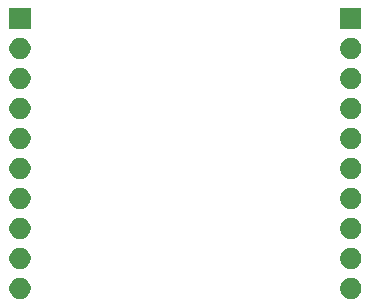
<source format=gbs>
G04 #@! TF.GenerationSoftware,KiCad,Pcbnew,(5.1.5)-3*
G04 #@! TF.CreationDate,2020-04-23T23:36:20+02:00*
G04 #@! TF.ProjectId,01_spi_pont_H,30315f73-7069-45f7-906f-6e745f482e6b,rev?*
G04 #@! TF.SameCoordinates,Original*
G04 #@! TF.FileFunction,Soldermask,Bot*
G04 #@! TF.FilePolarity,Negative*
%FSLAX46Y46*%
G04 Gerber Fmt 4.6, Leading zero omitted, Abs format (unit mm)*
G04 Created by KiCad (PCBNEW (5.1.5)-3) date 2020-04-23 23:36:20*
%MOMM*%
%LPD*%
G04 APERTURE LIST*
%ADD10C,0.100000*%
G04 APERTURE END LIST*
D10*
G36*
X144613512Y-86963927D02*
G01*
X144762812Y-86993624D01*
X144926784Y-87061544D01*
X145074354Y-87160147D01*
X145199853Y-87285646D01*
X145298456Y-87433216D01*
X145366376Y-87597188D01*
X145401000Y-87771259D01*
X145401000Y-87948741D01*
X145366376Y-88122812D01*
X145298456Y-88286784D01*
X145199853Y-88434354D01*
X145074354Y-88559853D01*
X144926784Y-88658456D01*
X144762812Y-88726376D01*
X144613512Y-88756073D01*
X144588742Y-88761000D01*
X144411258Y-88761000D01*
X144386488Y-88756073D01*
X144237188Y-88726376D01*
X144073216Y-88658456D01*
X143925646Y-88559853D01*
X143800147Y-88434354D01*
X143701544Y-88286784D01*
X143633624Y-88122812D01*
X143599000Y-87948741D01*
X143599000Y-87771259D01*
X143633624Y-87597188D01*
X143701544Y-87433216D01*
X143800147Y-87285646D01*
X143925646Y-87160147D01*
X144073216Y-87061544D01*
X144237188Y-86993624D01*
X144386488Y-86963927D01*
X144411258Y-86959000D01*
X144588742Y-86959000D01*
X144613512Y-86963927D01*
G37*
G36*
X116613512Y-86963927D02*
G01*
X116762812Y-86993624D01*
X116926784Y-87061544D01*
X117074354Y-87160147D01*
X117199853Y-87285646D01*
X117298456Y-87433216D01*
X117366376Y-87597188D01*
X117401000Y-87771259D01*
X117401000Y-87948741D01*
X117366376Y-88122812D01*
X117298456Y-88286784D01*
X117199853Y-88434354D01*
X117074354Y-88559853D01*
X116926784Y-88658456D01*
X116762812Y-88726376D01*
X116613512Y-88756073D01*
X116588742Y-88761000D01*
X116411258Y-88761000D01*
X116386488Y-88756073D01*
X116237188Y-88726376D01*
X116073216Y-88658456D01*
X115925646Y-88559853D01*
X115800147Y-88434354D01*
X115701544Y-88286784D01*
X115633624Y-88122812D01*
X115599000Y-87948741D01*
X115599000Y-87771259D01*
X115633624Y-87597188D01*
X115701544Y-87433216D01*
X115800147Y-87285646D01*
X115925646Y-87160147D01*
X116073216Y-87061544D01*
X116237188Y-86993624D01*
X116386488Y-86963927D01*
X116411258Y-86959000D01*
X116588742Y-86959000D01*
X116613512Y-86963927D01*
G37*
G36*
X116613512Y-84423927D02*
G01*
X116762812Y-84453624D01*
X116926784Y-84521544D01*
X117074354Y-84620147D01*
X117199853Y-84745646D01*
X117298456Y-84893216D01*
X117366376Y-85057188D01*
X117401000Y-85231259D01*
X117401000Y-85408741D01*
X117366376Y-85582812D01*
X117298456Y-85746784D01*
X117199853Y-85894354D01*
X117074354Y-86019853D01*
X116926784Y-86118456D01*
X116762812Y-86186376D01*
X116613512Y-86216073D01*
X116588742Y-86221000D01*
X116411258Y-86221000D01*
X116386488Y-86216073D01*
X116237188Y-86186376D01*
X116073216Y-86118456D01*
X115925646Y-86019853D01*
X115800147Y-85894354D01*
X115701544Y-85746784D01*
X115633624Y-85582812D01*
X115599000Y-85408741D01*
X115599000Y-85231259D01*
X115633624Y-85057188D01*
X115701544Y-84893216D01*
X115800147Y-84745646D01*
X115925646Y-84620147D01*
X116073216Y-84521544D01*
X116237188Y-84453624D01*
X116386488Y-84423927D01*
X116411258Y-84419000D01*
X116588742Y-84419000D01*
X116613512Y-84423927D01*
G37*
G36*
X144613512Y-84423927D02*
G01*
X144762812Y-84453624D01*
X144926784Y-84521544D01*
X145074354Y-84620147D01*
X145199853Y-84745646D01*
X145298456Y-84893216D01*
X145366376Y-85057188D01*
X145401000Y-85231259D01*
X145401000Y-85408741D01*
X145366376Y-85582812D01*
X145298456Y-85746784D01*
X145199853Y-85894354D01*
X145074354Y-86019853D01*
X144926784Y-86118456D01*
X144762812Y-86186376D01*
X144613512Y-86216073D01*
X144588742Y-86221000D01*
X144411258Y-86221000D01*
X144386488Y-86216073D01*
X144237188Y-86186376D01*
X144073216Y-86118456D01*
X143925646Y-86019853D01*
X143800147Y-85894354D01*
X143701544Y-85746784D01*
X143633624Y-85582812D01*
X143599000Y-85408741D01*
X143599000Y-85231259D01*
X143633624Y-85057188D01*
X143701544Y-84893216D01*
X143800147Y-84745646D01*
X143925646Y-84620147D01*
X144073216Y-84521544D01*
X144237188Y-84453624D01*
X144386488Y-84423927D01*
X144411258Y-84419000D01*
X144588742Y-84419000D01*
X144613512Y-84423927D01*
G37*
G36*
X116613512Y-81883927D02*
G01*
X116762812Y-81913624D01*
X116926784Y-81981544D01*
X117074354Y-82080147D01*
X117199853Y-82205646D01*
X117298456Y-82353216D01*
X117366376Y-82517188D01*
X117401000Y-82691259D01*
X117401000Y-82868741D01*
X117366376Y-83042812D01*
X117298456Y-83206784D01*
X117199853Y-83354354D01*
X117074354Y-83479853D01*
X116926784Y-83578456D01*
X116762812Y-83646376D01*
X116613512Y-83676073D01*
X116588742Y-83681000D01*
X116411258Y-83681000D01*
X116386488Y-83676073D01*
X116237188Y-83646376D01*
X116073216Y-83578456D01*
X115925646Y-83479853D01*
X115800147Y-83354354D01*
X115701544Y-83206784D01*
X115633624Y-83042812D01*
X115599000Y-82868741D01*
X115599000Y-82691259D01*
X115633624Y-82517188D01*
X115701544Y-82353216D01*
X115800147Y-82205646D01*
X115925646Y-82080147D01*
X116073216Y-81981544D01*
X116237188Y-81913624D01*
X116386488Y-81883927D01*
X116411258Y-81879000D01*
X116588742Y-81879000D01*
X116613512Y-81883927D01*
G37*
G36*
X144613512Y-81883927D02*
G01*
X144762812Y-81913624D01*
X144926784Y-81981544D01*
X145074354Y-82080147D01*
X145199853Y-82205646D01*
X145298456Y-82353216D01*
X145366376Y-82517188D01*
X145401000Y-82691259D01*
X145401000Y-82868741D01*
X145366376Y-83042812D01*
X145298456Y-83206784D01*
X145199853Y-83354354D01*
X145074354Y-83479853D01*
X144926784Y-83578456D01*
X144762812Y-83646376D01*
X144613512Y-83676073D01*
X144588742Y-83681000D01*
X144411258Y-83681000D01*
X144386488Y-83676073D01*
X144237188Y-83646376D01*
X144073216Y-83578456D01*
X143925646Y-83479853D01*
X143800147Y-83354354D01*
X143701544Y-83206784D01*
X143633624Y-83042812D01*
X143599000Y-82868741D01*
X143599000Y-82691259D01*
X143633624Y-82517188D01*
X143701544Y-82353216D01*
X143800147Y-82205646D01*
X143925646Y-82080147D01*
X144073216Y-81981544D01*
X144237188Y-81913624D01*
X144386488Y-81883927D01*
X144411258Y-81879000D01*
X144588742Y-81879000D01*
X144613512Y-81883927D01*
G37*
G36*
X144613512Y-79343927D02*
G01*
X144762812Y-79373624D01*
X144926784Y-79441544D01*
X145074354Y-79540147D01*
X145199853Y-79665646D01*
X145298456Y-79813216D01*
X145366376Y-79977188D01*
X145401000Y-80151259D01*
X145401000Y-80328741D01*
X145366376Y-80502812D01*
X145298456Y-80666784D01*
X145199853Y-80814354D01*
X145074354Y-80939853D01*
X144926784Y-81038456D01*
X144762812Y-81106376D01*
X144613512Y-81136073D01*
X144588742Y-81141000D01*
X144411258Y-81141000D01*
X144386488Y-81136073D01*
X144237188Y-81106376D01*
X144073216Y-81038456D01*
X143925646Y-80939853D01*
X143800147Y-80814354D01*
X143701544Y-80666784D01*
X143633624Y-80502812D01*
X143599000Y-80328741D01*
X143599000Y-80151259D01*
X143633624Y-79977188D01*
X143701544Y-79813216D01*
X143800147Y-79665646D01*
X143925646Y-79540147D01*
X144073216Y-79441544D01*
X144237188Y-79373624D01*
X144386488Y-79343927D01*
X144411258Y-79339000D01*
X144588742Y-79339000D01*
X144613512Y-79343927D01*
G37*
G36*
X116613512Y-79343927D02*
G01*
X116762812Y-79373624D01*
X116926784Y-79441544D01*
X117074354Y-79540147D01*
X117199853Y-79665646D01*
X117298456Y-79813216D01*
X117366376Y-79977188D01*
X117401000Y-80151259D01*
X117401000Y-80328741D01*
X117366376Y-80502812D01*
X117298456Y-80666784D01*
X117199853Y-80814354D01*
X117074354Y-80939853D01*
X116926784Y-81038456D01*
X116762812Y-81106376D01*
X116613512Y-81136073D01*
X116588742Y-81141000D01*
X116411258Y-81141000D01*
X116386488Y-81136073D01*
X116237188Y-81106376D01*
X116073216Y-81038456D01*
X115925646Y-80939853D01*
X115800147Y-80814354D01*
X115701544Y-80666784D01*
X115633624Y-80502812D01*
X115599000Y-80328741D01*
X115599000Y-80151259D01*
X115633624Y-79977188D01*
X115701544Y-79813216D01*
X115800147Y-79665646D01*
X115925646Y-79540147D01*
X116073216Y-79441544D01*
X116237188Y-79373624D01*
X116386488Y-79343927D01*
X116411258Y-79339000D01*
X116588742Y-79339000D01*
X116613512Y-79343927D01*
G37*
G36*
X144613512Y-76803927D02*
G01*
X144762812Y-76833624D01*
X144926784Y-76901544D01*
X145074354Y-77000147D01*
X145199853Y-77125646D01*
X145298456Y-77273216D01*
X145366376Y-77437188D01*
X145401000Y-77611259D01*
X145401000Y-77788741D01*
X145366376Y-77962812D01*
X145298456Y-78126784D01*
X145199853Y-78274354D01*
X145074354Y-78399853D01*
X144926784Y-78498456D01*
X144762812Y-78566376D01*
X144613512Y-78596073D01*
X144588742Y-78601000D01*
X144411258Y-78601000D01*
X144386488Y-78596073D01*
X144237188Y-78566376D01*
X144073216Y-78498456D01*
X143925646Y-78399853D01*
X143800147Y-78274354D01*
X143701544Y-78126784D01*
X143633624Y-77962812D01*
X143599000Y-77788741D01*
X143599000Y-77611259D01*
X143633624Y-77437188D01*
X143701544Y-77273216D01*
X143800147Y-77125646D01*
X143925646Y-77000147D01*
X144073216Y-76901544D01*
X144237188Y-76833624D01*
X144386488Y-76803927D01*
X144411258Y-76799000D01*
X144588742Y-76799000D01*
X144613512Y-76803927D01*
G37*
G36*
X116613512Y-76803927D02*
G01*
X116762812Y-76833624D01*
X116926784Y-76901544D01*
X117074354Y-77000147D01*
X117199853Y-77125646D01*
X117298456Y-77273216D01*
X117366376Y-77437188D01*
X117401000Y-77611259D01*
X117401000Y-77788741D01*
X117366376Y-77962812D01*
X117298456Y-78126784D01*
X117199853Y-78274354D01*
X117074354Y-78399853D01*
X116926784Y-78498456D01*
X116762812Y-78566376D01*
X116613512Y-78596073D01*
X116588742Y-78601000D01*
X116411258Y-78601000D01*
X116386488Y-78596073D01*
X116237188Y-78566376D01*
X116073216Y-78498456D01*
X115925646Y-78399853D01*
X115800147Y-78274354D01*
X115701544Y-78126784D01*
X115633624Y-77962812D01*
X115599000Y-77788741D01*
X115599000Y-77611259D01*
X115633624Y-77437188D01*
X115701544Y-77273216D01*
X115800147Y-77125646D01*
X115925646Y-77000147D01*
X116073216Y-76901544D01*
X116237188Y-76833624D01*
X116386488Y-76803927D01*
X116411258Y-76799000D01*
X116588742Y-76799000D01*
X116613512Y-76803927D01*
G37*
G36*
X144613512Y-74263927D02*
G01*
X144762812Y-74293624D01*
X144926784Y-74361544D01*
X145074354Y-74460147D01*
X145199853Y-74585646D01*
X145298456Y-74733216D01*
X145366376Y-74897188D01*
X145401000Y-75071259D01*
X145401000Y-75248741D01*
X145366376Y-75422812D01*
X145298456Y-75586784D01*
X145199853Y-75734354D01*
X145074354Y-75859853D01*
X144926784Y-75958456D01*
X144762812Y-76026376D01*
X144613512Y-76056073D01*
X144588742Y-76061000D01*
X144411258Y-76061000D01*
X144386488Y-76056073D01*
X144237188Y-76026376D01*
X144073216Y-75958456D01*
X143925646Y-75859853D01*
X143800147Y-75734354D01*
X143701544Y-75586784D01*
X143633624Y-75422812D01*
X143599000Y-75248741D01*
X143599000Y-75071259D01*
X143633624Y-74897188D01*
X143701544Y-74733216D01*
X143800147Y-74585646D01*
X143925646Y-74460147D01*
X144073216Y-74361544D01*
X144237188Y-74293624D01*
X144386488Y-74263927D01*
X144411258Y-74259000D01*
X144588742Y-74259000D01*
X144613512Y-74263927D01*
G37*
G36*
X116613512Y-74263927D02*
G01*
X116762812Y-74293624D01*
X116926784Y-74361544D01*
X117074354Y-74460147D01*
X117199853Y-74585646D01*
X117298456Y-74733216D01*
X117366376Y-74897188D01*
X117401000Y-75071259D01*
X117401000Y-75248741D01*
X117366376Y-75422812D01*
X117298456Y-75586784D01*
X117199853Y-75734354D01*
X117074354Y-75859853D01*
X116926784Y-75958456D01*
X116762812Y-76026376D01*
X116613512Y-76056073D01*
X116588742Y-76061000D01*
X116411258Y-76061000D01*
X116386488Y-76056073D01*
X116237188Y-76026376D01*
X116073216Y-75958456D01*
X115925646Y-75859853D01*
X115800147Y-75734354D01*
X115701544Y-75586784D01*
X115633624Y-75422812D01*
X115599000Y-75248741D01*
X115599000Y-75071259D01*
X115633624Y-74897188D01*
X115701544Y-74733216D01*
X115800147Y-74585646D01*
X115925646Y-74460147D01*
X116073216Y-74361544D01*
X116237188Y-74293624D01*
X116386488Y-74263927D01*
X116411258Y-74259000D01*
X116588742Y-74259000D01*
X116613512Y-74263927D01*
G37*
G36*
X144613512Y-71723927D02*
G01*
X144762812Y-71753624D01*
X144926784Y-71821544D01*
X145074354Y-71920147D01*
X145199853Y-72045646D01*
X145298456Y-72193216D01*
X145366376Y-72357188D01*
X145401000Y-72531259D01*
X145401000Y-72708741D01*
X145366376Y-72882812D01*
X145298456Y-73046784D01*
X145199853Y-73194354D01*
X145074354Y-73319853D01*
X144926784Y-73418456D01*
X144762812Y-73486376D01*
X144613512Y-73516073D01*
X144588742Y-73521000D01*
X144411258Y-73521000D01*
X144386488Y-73516073D01*
X144237188Y-73486376D01*
X144073216Y-73418456D01*
X143925646Y-73319853D01*
X143800147Y-73194354D01*
X143701544Y-73046784D01*
X143633624Y-72882812D01*
X143599000Y-72708741D01*
X143599000Y-72531259D01*
X143633624Y-72357188D01*
X143701544Y-72193216D01*
X143800147Y-72045646D01*
X143925646Y-71920147D01*
X144073216Y-71821544D01*
X144237188Y-71753624D01*
X144386488Y-71723927D01*
X144411258Y-71719000D01*
X144588742Y-71719000D01*
X144613512Y-71723927D01*
G37*
G36*
X116613512Y-71723927D02*
G01*
X116762812Y-71753624D01*
X116926784Y-71821544D01*
X117074354Y-71920147D01*
X117199853Y-72045646D01*
X117298456Y-72193216D01*
X117366376Y-72357188D01*
X117401000Y-72531259D01*
X117401000Y-72708741D01*
X117366376Y-72882812D01*
X117298456Y-73046784D01*
X117199853Y-73194354D01*
X117074354Y-73319853D01*
X116926784Y-73418456D01*
X116762812Y-73486376D01*
X116613512Y-73516073D01*
X116588742Y-73521000D01*
X116411258Y-73521000D01*
X116386488Y-73516073D01*
X116237188Y-73486376D01*
X116073216Y-73418456D01*
X115925646Y-73319853D01*
X115800147Y-73194354D01*
X115701544Y-73046784D01*
X115633624Y-72882812D01*
X115599000Y-72708741D01*
X115599000Y-72531259D01*
X115633624Y-72357188D01*
X115701544Y-72193216D01*
X115800147Y-72045646D01*
X115925646Y-71920147D01*
X116073216Y-71821544D01*
X116237188Y-71753624D01*
X116386488Y-71723927D01*
X116411258Y-71719000D01*
X116588742Y-71719000D01*
X116613512Y-71723927D01*
G37*
G36*
X116613512Y-69183927D02*
G01*
X116762812Y-69213624D01*
X116926784Y-69281544D01*
X117074354Y-69380147D01*
X117199853Y-69505646D01*
X117298456Y-69653216D01*
X117366376Y-69817188D01*
X117401000Y-69991259D01*
X117401000Y-70168741D01*
X117366376Y-70342812D01*
X117298456Y-70506784D01*
X117199853Y-70654354D01*
X117074354Y-70779853D01*
X116926784Y-70878456D01*
X116762812Y-70946376D01*
X116613512Y-70976073D01*
X116588742Y-70981000D01*
X116411258Y-70981000D01*
X116386488Y-70976073D01*
X116237188Y-70946376D01*
X116073216Y-70878456D01*
X115925646Y-70779853D01*
X115800147Y-70654354D01*
X115701544Y-70506784D01*
X115633624Y-70342812D01*
X115599000Y-70168741D01*
X115599000Y-69991259D01*
X115633624Y-69817188D01*
X115701544Y-69653216D01*
X115800147Y-69505646D01*
X115925646Y-69380147D01*
X116073216Y-69281544D01*
X116237188Y-69213624D01*
X116386488Y-69183927D01*
X116411258Y-69179000D01*
X116588742Y-69179000D01*
X116613512Y-69183927D01*
G37*
G36*
X144613512Y-69183927D02*
G01*
X144762812Y-69213624D01*
X144926784Y-69281544D01*
X145074354Y-69380147D01*
X145199853Y-69505646D01*
X145298456Y-69653216D01*
X145366376Y-69817188D01*
X145401000Y-69991259D01*
X145401000Y-70168741D01*
X145366376Y-70342812D01*
X145298456Y-70506784D01*
X145199853Y-70654354D01*
X145074354Y-70779853D01*
X144926784Y-70878456D01*
X144762812Y-70946376D01*
X144613512Y-70976073D01*
X144588742Y-70981000D01*
X144411258Y-70981000D01*
X144386488Y-70976073D01*
X144237188Y-70946376D01*
X144073216Y-70878456D01*
X143925646Y-70779853D01*
X143800147Y-70654354D01*
X143701544Y-70506784D01*
X143633624Y-70342812D01*
X143599000Y-70168741D01*
X143599000Y-69991259D01*
X143633624Y-69817188D01*
X143701544Y-69653216D01*
X143800147Y-69505646D01*
X143925646Y-69380147D01*
X144073216Y-69281544D01*
X144237188Y-69213624D01*
X144386488Y-69183927D01*
X144411258Y-69179000D01*
X144588742Y-69179000D01*
X144613512Y-69183927D01*
G37*
G36*
X116613512Y-66643927D02*
G01*
X116762812Y-66673624D01*
X116926784Y-66741544D01*
X117074354Y-66840147D01*
X117199853Y-66965646D01*
X117298456Y-67113216D01*
X117366376Y-67277188D01*
X117401000Y-67451259D01*
X117401000Y-67628741D01*
X117366376Y-67802812D01*
X117298456Y-67966784D01*
X117199853Y-68114354D01*
X117074354Y-68239853D01*
X116926784Y-68338456D01*
X116762812Y-68406376D01*
X116613512Y-68436073D01*
X116588742Y-68441000D01*
X116411258Y-68441000D01*
X116386488Y-68436073D01*
X116237188Y-68406376D01*
X116073216Y-68338456D01*
X115925646Y-68239853D01*
X115800147Y-68114354D01*
X115701544Y-67966784D01*
X115633624Y-67802812D01*
X115599000Y-67628741D01*
X115599000Y-67451259D01*
X115633624Y-67277188D01*
X115701544Y-67113216D01*
X115800147Y-66965646D01*
X115925646Y-66840147D01*
X116073216Y-66741544D01*
X116237188Y-66673624D01*
X116386488Y-66643927D01*
X116411258Y-66639000D01*
X116588742Y-66639000D01*
X116613512Y-66643927D01*
G37*
G36*
X144613512Y-66643927D02*
G01*
X144762812Y-66673624D01*
X144926784Y-66741544D01*
X145074354Y-66840147D01*
X145199853Y-66965646D01*
X145298456Y-67113216D01*
X145366376Y-67277188D01*
X145401000Y-67451259D01*
X145401000Y-67628741D01*
X145366376Y-67802812D01*
X145298456Y-67966784D01*
X145199853Y-68114354D01*
X145074354Y-68239853D01*
X144926784Y-68338456D01*
X144762812Y-68406376D01*
X144613512Y-68436073D01*
X144588742Y-68441000D01*
X144411258Y-68441000D01*
X144386488Y-68436073D01*
X144237188Y-68406376D01*
X144073216Y-68338456D01*
X143925646Y-68239853D01*
X143800147Y-68114354D01*
X143701544Y-67966784D01*
X143633624Y-67802812D01*
X143599000Y-67628741D01*
X143599000Y-67451259D01*
X143633624Y-67277188D01*
X143701544Y-67113216D01*
X143800147Y-66965646D01*
X143925646Y-66840147D01*
X144073216Y-66741544D01*
X144237188Y-66673624D01*
X144386488Y-66643927D01*
X144411258Y-66639000D01*
X144588742Y-66639000D01*
X144613512Y-66643927D01*
G37*
G36*
X145401000Y-65901000D02*
G01*
X143599000Y-65901000D01*
X143599000Y-64099000D01*
X145401000Y-64099000D01*
X145401000Y-65901000D01*
G37*
G36*
X117401000Y-65901000D02*
G01*
X115599000Y-65901000D01*
X115599000Y-64099000D01*
X117401000Y-64099000D01*
X117401000Y-65901000D01*
G37*
M02*

</source>
